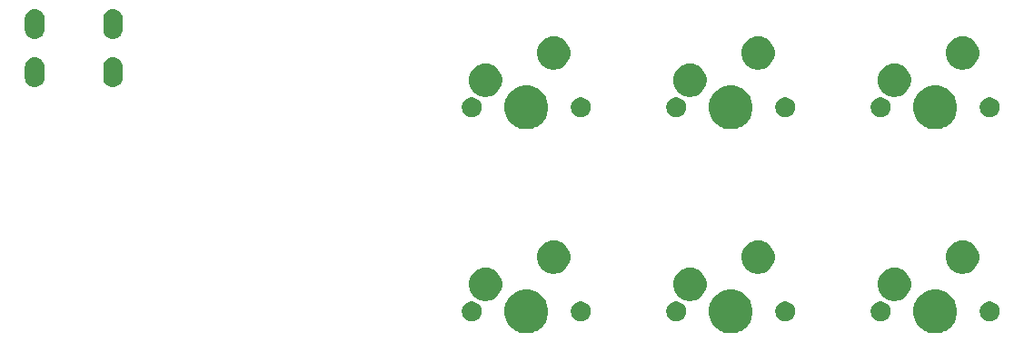
<source format=gts>
G04 #@! TF.GenerationSoftware,KiCad,Pcbnew,(5.1.4)-1*
G04 #@! TF.CreationDate,2023-05-28T13:58:39-07:00*
G04 #@! TF.ProjectId,keypad,6b657970-6164-42e6-9b69-6361645f7063,rev?*
G04 #@! TF.SameCoordinates,Original*
G04 #@! TF.FileFunction,Soldermask,Top*
G04 #@! TF.FilePolarity,Negative*
%FSLAX46Y46*%
G04 Gerber Fmt 4.6, Leading zero omitted, Abs format (unit mm)*
G04 Created by KiCad (PCBNEW (5.1.4)-1) date 2023-05-28 13:58:39*
%MOMM*%
%LPD*%
G04 APERTURE LIST*
%ADD10C,0.100000*%
G04 APERTURE END LIST*
D10*
G36*
X245865224Y-129002434D02*
G01*
X246083224Y-129092733D01*
X246237373Y-129156583D01*
X246572298Y-129380373D01*
X246857127Y-129665202D01*
X247080917Y-130000127D01*
X247113312Y-130078336D01*
X247235066Y-130372276D01*
X247313650Y-130767344D01*
X247313650Y-131170156D01*
X247235066Y-131565224D01*
X247184201Y-131688022D01*
X247080917Y-131937373D01*
X246857127Y-132272298D01*
X246572298Y-132557127D01*
X246237373Y-132780917D01*
X246083224Y-132844767D01*
X245865224Y-132935066D01*
X245470156Y-133013650D01*
X245067344Y-133013650D01*
X244672276Y-132935066D01*
X244454276Y-132844767D01*
X244300127Y-132780917D01*
X243965202Y-132557127D01*
X243680373Y-132272298D01*
X243456583Y-131937373D01*
X243353299Y-131688022D01*
X243302434Y-131565224D01*
X243223850Y-131170156D01*
X243223850Y-130767344D01*
X243302434Y-130372276D01*
X243424188Y-130078336D01*
X243456583Y-130000127D01*
X243680373Y-129665202D01*
X243965202Y-129380373D01*
X244300127Y-129156583D01*
X244454276Y-129092733D01*
X244672276Y-129002434D01*
X245067344Y-128923850D01*
X245470156Y-128923850D01*
X245865224Y-129002434D01*
X245865224Y-129002434D01*
G37*
G36*
X207765224Y-129002434D02*
G01*
X207983224Y-129092733D01*
X208137373Y-129156583D01*
X208472298Y-129380373D01*
X208757127Y-129665202D01*
X208980917Y-130000127D01*
X209013312Y-130078336D01*
X209135066Y-130372276D01*
X209213650Y-130767344D01*
X209213650Y-131170156D01*
X209135066Y-131565224D01*
X209084201Y-131688022D01*
X208980917Y-131937373D01*
X208757127Y-132272298D01*
X208472298Y-132557127D01*
X208137373Y-132780917D01*
X207983224Y-132844767D01*
X207765224Y-132935066D01*
X207370156Y-133013650D01*
X206967344Y-133013650D01*
X206572276Y-132935066D01*
X206354276Y-132844767D01*
X206200127Y-132780917D01*
X205865202Y-132557127D01*
X205580373Y-132272298D01*
X205356583Y-131937373D01*
X205253299Y-131688022D01*
X205202434Y-131565224D01*
X205123850Y-131170156D01*
X205123850Y-130767344D01*
X205202434Y-130372276D01*
X205324188Y-130078336D01*
X205356583Y-130000127D01*
X205580373Y-129665202D01*
X205865202Y-129380373D01*
X206200127Y-129156583D01*
X206354276Y-129092733D01*
X206572276Y-129002434D01*
X206967344Y-128923850D01*
X207370156Y-128923850D01*
X207765224Y-129002434D01*
X207765224Y-129002434D01*
G37*
G36*
X226815224Y-129002434D02*
G01*
X227033224Y-129092733D01*
X227187373Y-129156583D01*
X227522298Y-129380373D01*
X227807127Y-129665202D01*
X228030917Y-130000127D01*
X228063312Y-130078336D01*
X228185066Y-130372276D01*
X228263650Y-130767344D01*
X228263650Y-131170156D01*
X228185066Y-131565224D01*
X228134201Y-131688022D01*
X228030917Y-131937373D01*
X227807127Y-132272298D01*
X227522298Y-132557127D01*
X227187373Y-132780917D01*
X227033224Y-132844767D01*
X226815224Y-132935066D01*
X226420156Y-133013650D01*
X226017344Y-133013650D01*
X225622276Y-132935066D01*
X225404276Y-132844767D01*
X225250127Y-132780917D01*
X224915202Y-132557127D01*
X224630373Y-132272298D01*
X224406583Y-131937373D01*
X224303299Y-131688022D01*
X224252434Y-131565224D01*
X224173850Y-131170156D01*
X224173850Y-130767344D01*
X224252434Y-130372276D01*
X224374188Y-130078336D01*
X224406583Y-130000127D01*
X224630373Y-129665202D01*
X224915202Y-129380373D01*
X225250127Y-129156583D01*
X225404276Y-129092733D01*
X225622276Y-129002434D01*
X226017344Y-128923850D01*
X226420156Y-128923850D01*
X226815224Y-129002434D01*
X226815224Y-129002434D01*
G37*
G36*
X221408854Y-130078335D02*
G01*
X221577376Y-130148139D01*
X221729041Y-130249478D01*
X221858022Y-130378459D01*
X221959361Y-130530124D01*
X222029165Y-130698646D01*
X222064750Y-130877547D01*
X222064750Y-131059953D01*
X222029165Y-131238854D01*
X221959361Y-131407376D01*
X221858022Y-131559041D01*
X221729041Y-131688022D01*
X221577376Y-131789361D01*
X221408854Y-131859165D01*
X221229953Y-131894750D01*
X221047547Y-131894750D01*
X220868646Y-131859165D01*
X220700124Y-131789361D01*
X220548459Y-131688022D01*
X220419478Y-131559041D01*
X220318139Y-131407376D01*
X220248335Y-131238854D01*
X220212750Y-131059953D01*
X220212750Y-130877547D01*
X220248335Y-130698646D01*
X220318139Y-130530124D01*
X220419478Y-130378459D01*
X220548459Y-130249478D01*
X220700124Y-130148139D01*
X220868646Y-130078335D01*
X221047547Y-130042750D01*
X221229953Y-130042750D01*
X221408854Y-130078335D01*
X221408854Y-130078335D01*
G37*
G36*
X212518854Y-130078335D02*
G01*
X212687376Y-130148139D01*
X212839041Y-130249478D01*
X212968022Y-130378459D01*
X213069361Y-130530124D01*
X213139165Y-130698646D01*
X213174750Y-130877547D01*
X213174750Y-131059953D01*
X213139165Y-131238854D01*
X213069361Y-131407376D01*
X212968022Y-131559041D01*
X212839041Y-131688022D01*
X212687376Y-131789361D01*
X212518854Y-131859165D01*
X212339953Y-131894750D01*
X212157547Y-131894750D01*
X211978646Y-131859165D01*
X211810124Y-131789361D01*
X211658459Y-131688022D01*
X211529478Y-131559041D01*
X211428139Y-131407376D01*
X211358335Y-131238854D01*
X211322750Y-131059953D01*
X211322750Y-130877547D01*
X211358335Y-130698646D01*
X211428139Y-130530124D01*
X211529478Y-130378459D01*
X211658459Y-130249478D01*
X211810124Y-130148139D01*
X211978646Y-130078335D01*
X212157547Y-130042750D01*
X212339953Y-130042750D01*
X212518854Y-130078335D01*
X212518854Y-130078335D01*
G37*
G36*
X202358854Y-130078335D02*
G01*
X202527376Y-130148139D01*
X202679041Y-130249478D01*
X202808022Y-130378459D01*
X202909361Y-130530124D01*
X202979165Y-130698646D01*
X203014750Y-130877547D01*
X203014750Y-131059953D01*
X202979165Y-131238854D01*
X202909361Y-131407376D01*
X202808022Y-131559041D01*
X202679041Y-131688022D01*
X202527376Y-131789361D01*
X202358854Y-131859165D01*
X202179953Y-131894750D01*
X201997547Y-131894750D01*
X201818646Y-131859165D01*
X201650124Y-131789361D01*
X201498459Y-131688022D01*
X201369478Y-131559041D01*
X201268139Y-131407376D01*
X201198335Y-131238854D01*
X201162750Y-131059953D01*
X201162750Y-130877547D01*
X201198335Y-130698646D01*
X201268139Y-130530124D01*
X201369478Y-130378459D01*
X201498459Y-130249478D01*
X201650124Y-130148139D01*
X201818646Y-130078335D01*
X201997547Y-130042750D01*
X202179953Y-130042750D01*
X202358854Y-130078335D01*
X202358854Y-130078335D01*
G37*
G36*
X231568854Y-130078335D02*
G01*
X231737376Y-130148139D01*
X231889041Y-130249478D01*
X232018022Y-130378459D01*
X232119361Y-130530124D01*
X232189165Y-130698646D01*
X232224750Y-130877547D01*
X232224750Y-131059953D01*
X232189165Y-131238854D01*
X232119361Y-131407376D01*
X232018022Y-131559041D01*
X231889041Y-131688022D01*
X231737376Y-131789361D01*
X231568854Y-131859165D01*
X231389953Y-131894750D01*
X231207547Y-131894750D01*
X231028646Y-131859165D01*
X230860124Y-131789361D01*
X230708459Y-131688022D01*
X230579478Y-131559041D01*
X230478139Y-131407376D01*
X230408335Y-131238854D01*
X230372750Y-131059953D01*
X230372750Y-130877547D01*
X230408335Y-130698646D01*
X230478139Y-130530124D01*
X230579478Y-130378459D01*
X230708459Y-130249478D01*
X230860124Y-130148139D01*
X231028646Y-130078335D01*
X231207547Y-130042750D01*
X231389953Y-130042750D01*
X231568854Y-130078335D01*
X231568854Y-130078335D01*
G37*
G36*
X240458854Y-130078335D02*
G01*
X240627376Y-130148139D01*
X240779041Y-130249478D01*
X240908022Y-130378459D01*
X241009361Y-130530124D01*
X241079165Y-130698646D01*
X241114750Y-130877547D01*
X241114750Y-131059953D01*
X241079165Y-131238854D01*
X241009361Y-131407376D01*
X240908022Y-131559041D01*
X240779041Y-131688022D01*
X240627376Y-131789361D01*
X240458854Y-131859165D01*
X240279953Y-131894750D01*
X240097547Y-131894750D01*
X239918646Y-131859165D01*
X239750124Y-131789361D01*
X239598459Y-131688022D01*
X239469478Y-131559041D01*
X239368139Y-131407376D01*
X239298335Y-131238854D01*
X239262750Y-131059953D01*
X239262750Y-130877547D01*
X239298335Y-130698646D01*
X239368139Y-130530124D01*
X239469478Y-130378459D01*
X239598459Y-130249478D01*
X239750124Y-130148139D01*
X239918646Y-130078335D01*
X240097547Y-130042750D01*
X240279953Y-130042750D01*
X240458854Y-130078335D01*
X240458854Y-130078335D01*
G37*
G36*
X250618854Y-130078335D02*
G01*
X250787376Y-130148139D01*
X250939041Y-130249478D01*
X251068022Y-130378459D01*
X251169361Y-130530124D01*
X251239165Y-130698646D01*
X251274750Y-130877547D01*
X251274750Y-131059953D01*
X251239165Y-131238854D01*
X251169361Y-131407376D01*
X251068022Y-131559041D01*
X250939041Y-131688022D01*
X250787376Y-131789361D01*
X250618854Y-131859165D01*
X250439953Y-131894750D01*
X250257547Y-131894750D01*
X250078646Y-131859165D01*
X249910124Y-131789361D01*
X249758459Y-131688022D01*
X249629478Y-131559041D01*
X249528139Y-131407376D01*
X249458335Y-131238854D01*
X249422750Y-131059953D01*
X249422750Y-130877547D01*
X249458335Y-130698646D01*
X249528139Y-130530124D01*
X249629478Y-130378459D01*
X249758459Y-130249478D01*
X249910124Y-130148139D01*
X250078646Y-130078335D01*
X250257547Y-130042750D01*
X250439953Y-130042750D01*
X250618854Y-130078335D01*
X250618854Y-130078335D01*
G37*
G36*
X222711335Y-126907552D02*
G01*
X222861160Y-126937354D01*
X223143424Y-127054271D01*
X223397455Y-127224009D01*
X223613491Y-127440045D01*
X223783229Y-127694076D01*
X223900146Y-127976340D01*
X223959750Y-128275990D01*
X223959750Y-128581510D01*
X223900146Y-128881160D01*
X223783229Y-129163424D01*
X223613491Y-129417455D01*
X223397455Y-129633491D01*
X223143424Y-129803229D01*
X222861160Y-129920146D01*
X222711335Y-129949948D01*
X222561511Y-129979750D01*
X222255989Y-129979750D01*
X222106165Y-129949948D01*
X221956340Y-129920146D01*
X221674076Y-129803229D01*
X221420045Y-129633491D01*
X221204009Y-129417455D01*
X221034271Y-129163424D01*
X220917354Y-128881160D01*
X220857750Y-128581510D01*
X220857750Y-128275990D01*
X220917354Y-127976340D01*
X221034271Y-127694076D01*
X221204009Y-127440045D01*
X221420045Y-127224009D01*
X221674076Y-127054271D01*
X221956340Y-126937354D01*
X222106165Y-126907552D01*
X222255989Y-126877750D01*
X222561511Y-126877750D01*
X222711335Y-126907552D01*
X222711335Y-126907552D01*
G37*
G36*
X241761335Y-126907552D02*
G01*
X241911160Y-126937354D01*
X242193424Y-127054271D01*
X242447455Y-127224009D01*
X242663491Y-127440045D01*
X242833229Y-127694076D01*
X242950146Y-127976340D01*
X243009750Y-128275990D01*
X243009750Y-128581510D01*
X242950146Y-128881160D01*
X242833229Y-129163424D01*
X242663491Y-129417455D01*
X242447455Y-129633491D01*
X242193424Y-129803229D01*
X241911160Y-129920146D01*
X241761335Y-129949948D01*
X241611511Y-129979750D01*
X241305989Y-129979750D01*
X241156165Y-129949948D01*
X241006340Y-129920146D01*
X240724076Y-129803229D01*
X240470045Y-129633491D01*
X240254009Y-129417455D01*
X240084271Y-129163424D01*
X239967354Y-128881160D01*
X239907750Y-128581510D01*
X239907750Y-128275990D01*
X239967354Y-127976340D01*
X240084271Y-127694076D01*
X240254009Y-127440045D01*
X240470045Y-127224009D01*
X240724076Y-127054271D01*
X241006340Y-126937354D01*
X241156165Y-126907552D01*
X241305989Y-126877750D01*
X241611511Y-126877750D01*
X241761335Y-126907552D01*
X241761335Y-126907552D01*
G37*
G36*
X203661335Y-126907552D02*
G01*
X203811160Y-126937354D01*
X204093424Y-127054271D01*
X204347455Y-127224009D01*
X204563491Y-127440045D01*
X204733229Y-127694076D01*
X204850146Y-127976340D01*
X204909750Y-128275990D01*
X204909750Y-128581510D01*
X204850146Y-128881160D01*
X204733229Y-129163424D01*
X204563491Y-129417455D01*
X204347455Y-129633491D01*
X204093424Y-129803229D01*
X203811160Y-129920146D01*
X203661335Y-129949948D01*
X203511511Y-129979750D01*
X203205989Y-129979750D01*
X203056165Y-129949948D01*
X202906340Y-129920146D01*
X202624076Y-129803229D01*
X202370045Y-129633491D01*
X202154009Y-129417455D01*
X201984271Y-129163424D01*
X201867354Y-128881160D01*
X201807750Y-128581510D01*
X201807750Y-128275990D01*
X201867354Y-127976340D01*
X201984271Y-127694076D01*
X202154009Y-127440045D01*
X202370045Y-127224009D01*
X202624076Y-127054271D01*
X202906340Y-126937354D01*
X203056165Y-126907552D01*
X203205989Y-126877750D01*
X203511511Y-126877750D01*
X203661335Y-126907552D01*
X203661335Y-126907552D01*
G37*
G36*
X210011335Y-124367552D02*
G01*
X210161160Y-124397354D01*
X210443424Y-124514271D01*
X210697455Y-124684009D01*
X210913491Y-124900045D01*
X211083229Y-125154076D01*
X211200146Y-125436340D01*
X211259750Y-125735990D01*
X211259750Y-126041510D01*
X211200146Y-126341160D01*
X211083229Y-126623424D01*
X210913491Y-126877455D01*
X210697455Y-127093491D01*
X210443424Y-127263229D01*
X210161160Y-127380146D01*
X210011335Y-127409948D01*
X209861511Y-127439750D01*
X209555989Y-127439750D01*
X209406165Y-127409948D01*
X209256340Y-127380146D01*
X208974076Y-127263229D01*
X208720045Y-127093491D01*
X208504009Y-126877455D01*
X208334271Y-126623424D01*
X208217354Y-126341160D01*
X208157750Y-126041510D01*
X208157750Y-125735990D01*
X208217354Y-125436340D01*
X208334271Y-125154076D01*
X208504009Y-124900045D01*
X208720045Y-124684009D01*
X208974076Y-124514271D01*
X209256340Y-124397354D01*
X209406165Y-124367552D01*
X209555989Y-124337750D01*
X209861511Y-124337750D01*
X210011335Y-124367552D01*
X210011335Y-124367552D01*
G37*
G36*
X229061335Y-124367552D02*
G01*
X229211160Y-124397354D01*
X229493424Y-124514271D01*
X229747455Y-124684009D01*
X229963491Y-124900045D01*
X230133229Y-125154076D01*
X230250146Y-125436340D01*
X230309750Y-125735990D01*
X230309750Y-126041510D01*
X230250146Y-126341160D01*
X230133229Y-126623424D01*
X229963491Y-126877455D01*
X229747455Y-127093491D01*
X229493424Y-127263229D01*
X229211160Y-127380146D01*
X229061335Y-127409948D01*
X228911511Y-127439750D01*
X228605989Y-127439750D01*
X228456165Y-127409948D01*
X228306340Y-127380146D01*
X228024076Y-127263229D01*
X227770045Y-127093491D01*
X227554009Y-126877455D01*
X227384271Y-126623424D01*
X227267354Y-126341160D01*
X227207750Y-126041510D01*
X227207750Y-125735990D01*
X227267354Y-125436340D01*
X227384271Y-125154076D01*
X227554009Y-124900045D01*
X227770045Y-124684009D01*
X228024076Y-124514271D01*
X228306340Y-124397354D01*
X228456165Y-124367552D01*
X228605989Y-124337750D01*
X228911511Y-124337750D01*
X229061335Y-124367552D01*
X229061335Y-124367552D01*
G37*
G36*
X248111335Y-124367552D02*
G01*
X248261160Y-124397354D01*
X248543424Y-124514271D01*
X248797455Y-124684009D01*
X249013491Y-124900045D01*
X249183229Y-125154076D01*
X249300146Y-125436340D01*
X249359750Y-125735990D01*
X249359750Y-126041510D01*
X249300146Y-126341160D01*
X249183229Y-126623424D01*
X249013491Y-126877455D01*
X248797455Y-127093491D01*
X248543424Y-127263229D01*
X248261160Y-127380146D01*
X248111335Y-127409948D01*
X247961511Y-127439750D01*
X247655989Y-127439750D01*
X247506165Y-127409948D01*
X247356340Y-127380146D01*
X247074076Y-127263229D01*
X246820045Y-127093491D01*
X246604009Y-126877455D01*
X246434271Y-126623424D01*
X246317354Y-126341160D01*
X246257750Y-126041510D01*
X246257750Y-125735990D01*
X246317354Y-125436340D01*
X246434271Y-125154076D01*
X246604009Y-124900045D01*
X246820045Y-124684009D01*
X247074076Y-124514271D01*
X247356340Y-124397354D01*
X247506165Y-124367552D01*
X247655989Y-124337750D01*
X247961511Y-124337750D01*
X248111335Y-124367552D01*
X248111335Y-124367552D01*
G37*
G36*
X207765224Y-109952434D02*
G01*
X207947567Y-110027963D01*
X208137373Y-110106583D01*
X208472298Y-110330373D01*
X208757127Y-110615202D01*
X208980917Y-110950127D01*
X209013312Y-111028336D01*
X209135066Y-111322276D01*
X209213650Y-111717344D01*
X209213650Y-112120156D01*
X209135066Y-112515224D01*
X209084201Y-112638022D01*
X208980917Y-112887373D01*
X208757127Y-113222298D01*
X208472298Y-113507127D01*
X208137373Y-113730917D01*
X207983224Y-113794767D01*
X207765224Y-113885066D01*
X207370156Y-113963650D01*
X206967344Y-113963650D01*
X206572276Y-113885066D01*
X206354276Y-113794767D01*
X206200127Y-113730917D01*
X205865202Y-113507127D01*
X205580373Y-113222298D01*
X205356583Y-112887373D01*
X205253299Y-112638022D01*
X205202434Y-112515224D01*
X205123850Y-112120156D01*
X205123850Y-111717344D01*
X205202434Y-111322276D01*
X205324188Y-111028336D01*
X205356583Y-110950127D01*
X205580373Y-110615202D01*
X205865202Y-110330373D01*
X206200127Y-110106583D01*
X206389933Y-110027963D01*
X206572276Y-109952434D01*
X206967344Y-109873850D01*
X207370156Y-109873850D01*
X207765224Y-109952434D01*
X207765224Y-109952434D01*
G37*
G36*
X245865224Y-109952434D02*
G01*
X246047567Y-110027963D01*
X246237373Y-110106583D01*
X246572298Y-110330373D01*
X246857127Y-110615202D01*
X247080917Y-110950127D01*
X247113312Y-111028336D01*
X247235066Y-111322276D01*
X247313650Y-111717344D01*
X247313650Y-112120156D01*
X247235066Y-112515224D01*
X247184201Y-112638022D01*
X247080917Y-112887373D01*
X246857127Y-113222298D01*
X246572298Y-113507127D01*
X246237373Y-113730917D01*
X246083224Y-113794767D01*
X245865224Y-113885066D01*
X245470156Y-113963650D01*
X245067344Y-113963650D01*
X244672276Y-113885066D01*
X244454276Y-113794767D01*
X244300127Y-113730917D01*
X243965202Y-113507127D01*
X243680373Y-113222298D01*
X243456583Y-112887373D01*
X243353299Y-112638022D01*
X243302434Y-112515224D01*
X243223850Y-112120156D01*
X243223850Y-111717344D01*
X243302434Y-111322276D01*
X243424188Y-111028336D01*
X243456583Y-110950127D01*
X243680373Y-110615202D01*
X243965202Y-110330373D01*
X244300127Y-110106583D01*
X244489933Y-110027963D01*
X244672276Y-109952434D01*
X245067344Y-109873850D01*
X245470156Y-109873850D01*
X245865224Y-109952434D01*
X245865224Y-109952434D01*
G37*
G36*
X226815224Y-109952434D02*
G01*
X226997567Y-110027963D01*
X227187373Y-110106583D01*
X227522298Y-110330373D01*
X227807127Y-110615202D01*
X228030917Y-110950127D01*
X228063312Y-111028336D01*
X228185066Y-111322276D01*
X228263650Y-111717344D01*
X228263650Y-112120156D01*
X228185066Y-112515224D01*
X228134201Y-112638022D01*
X228030917Y-112887373D01*
X227807127Y-113222298D01*
X227522298Y-113507127D01*
X227187373Y-113730917D01*
X227033224Y-113794767D01*
X226815224Y-113885066D01*
X226420156Y-113963650D01*
X226017344Y-113963650D01*
X225622276Y-113885066D01*
X225404276Y-113794767D01*
X225250127Y-113730917D01*
X224915202Y-113507127D01*
X224630373Y-113222298D01*
X224406583Y-112887373D01*
X224303299Y-112638022D01*
X224252434Y-112515224D01*
X224173850Y-112120156D01*
X224173850Y-111717344D01*
X224252434Y-111322276D01*
X224374188Y-111028336D01*
X224406583Y-110950127D01*
X224630373Y-110615202D01*
X224915202Y-110330373D01*
X225250127Y-110106583D01*
X225439933Y-110027963D01*
X225622276Y-109952434D01*
X226017344Y-109873850D01*
X226420156Y-109873850D01*
X226815224Y-109952434D01*
X226815224Y-109952434D01*
G37*
G36*
X202358854Y-111028335D02*
G01*
X202527376Y-111098139D01*
X202679041Y-111199478D01*
X202808022Y-111328459D01*
X202909361Y-111480124D01*
X202979165Y-111648646D01*
X203014750Y-111827547D01*
X203014750Y-112009953D01*
X202979165Y-112188854D01*
X202909361Y-112357376D01*
X202808022Y-112509041D01*
X202679041Y-112638022D01*
X202527376Y-112739361D01*
X202358854Y-112809165D01*
X202179953Y-112844750D01*
X201997547Y-112844750D01*
X201818646Y-112809165D01*
X201650124Y-112739361D01*
X201498459Y-112638022D01*
X201369478Y-112509041D01*
X201268139Y-112357376D01*
X201198335Y-112188854D01*
X201162750Y-112009953D01*
X201162750Y-111827547D01*
X201198335Y-111648646D01*
X201268139Y-111480124D01*
X201369478Y-111328459D01*
X201498459Y-111199478D01*
X201650124Y-111098139D01*
X201818646Y-111028335D01*
X201997547Y-110992750D01*
X202179953Y-110992750D01*
X202358854Y-111028335D01*
X202358854Y-111028335D01*
G37*
G36*
X250618854Y-111028335D02*
G01*
X250787376Y-111098139D01*
X250939041Y-111199478D01*
X251068022Y-111328459D01*
X251169361Y-111480124D01*
X251239165Y-111648646D01*
X251274750Y-111827547D01*
X251274750Y-112009953D01*
X251239165Y-112188854D01*
X251169361Y-112357376D01*
X251068022Y-112509041D01*
X250939041Y-112638022D01*
X250787376Y-112739361D01*
X250618854Y-112809165D01*
X250439953Y-112844750D01*
X250257547Y-112844750D01*
X250078646Y-112809165D01*
X249910124Y-112739361D01*
X249758459Y-112638022D01*
X249629478Y-112509041D01*
X249528139Y-112357376D01*
X249458335Y-112188854D01*
X249422750Y-112009953D01*
X249422750Y-111827547D01*
X249458335Y-111648646D01*
X249528139Y-111480124D01*
X249629478Y-111328459D01*
X249758459Y-111199478D01*
X249910124Y-111098139D01*
X250078646Y-111028335D01*
X250257547Y-110992750D01*
X250439953Y-110992750D01*
X250618854Y-111028335D01*
X250618854Y-111028335D01*
G37*
G36*
X221408854Y-111028335D02*
G01*
X221577376Y-111098139D01*
X221729041Y-111199478D01*
X221858022Y-111328459D01*
X221959361Y-111480124D01*
X222029165Y-111648646D01*
X222064750Y-111827547D01*
X222064750Y-112009953D01*
X222029165Y-112188854D01*
X221959361Y-112357376D01*
X221858022Y-112509041D01*
X221729041Y-112638022D01*
X221577376Y-112739361D01*
X221408854Y-112809165D01*
X221229953Y-112844750D01*
X221047547Y-112844750D01*
X220868646Y-112809165D01*
X220700124Y-112739361D01*
X220548459Y-112638022D01*
X220419478Y-112509041D01*
X220318139Y-112357376D01*
X220248335Y-112188854D01*
X220212750Y-112009953D01*
X220212750Y-111827547D01*
X220248335Y-111648646D01*
X220318139Y-111480124D01*
X220419478Y-111328459D01*
X220548459Y-111199478D01*
X220700124Y-111098139D01*
X220868646Y-111028335D01*
X221047547Y-110992750D01*
X221229953Y-110992750D01*
X221408854Y-111028335D01*
X221408854Y-111028335D01*
G37*
G36*
X231568854Y-111028335D02*
G01*
X231737376Y-111098139D01*
X231889041Y-111199478D01*
X232018022Y-111328459D01*
X232119361Y-111480124D01*
X232189165Y-111648646D01*
X232224750Y-111827547D01*
X232224750Y-112009953D01*
X232189165Y-112188854D01*
X232119361Y-112357376D01*
X232018022Y-112509041D01*
X231889041Y-112638022D01*
X231737376Y-112739361D01*
X231568854Y-112809165D01*
X231389953Y-112844750D01*
X231207547Y-112844750D01*
X231028646Y-112809165D01*
X230860124Y-112739361D01*
X230708459Y-112638022D01*
X230579478Y-112509041D01*
X230478139Y-112357376D01*
X230408335Y-112188854D01*
X230372750Y-112009953D01*
X230372750Y-111827547D01*
X230408335Y-111648646D01*
X230478139Y-111480124D01*
X230579478Y-111328459D01*
X230708459Y-111199478D01*
X230860124Y-111098139D01*
X231028646Y-111028335D01*
X231207547Y-110992750D01*
X231389953Y-110992750D01*
X231568854Y-111028335D01*
X231568854Y-111028335D01*
G37*
G36*
X240458854Y-111028335D02*
G01*
X240627376Y-111098139D01*
X240779041Y-111199478D01*
X240908022Y-111328459D01*
X241009361Y-111480124D01*
X241079165Y-111648646D01*
X241114750Y-111827547D01*
X241114750Y-112009953D01*
X241079165Y-112188854D01*
X241009361Y-112357376D01*
X240908022Y-112509041D01*
X240779041Y-112638022D01*
X240627376Y-112739361D01*
X240458854Y-112809165D01*
X240279953Y-112844750D01*
X240097547Y-112844750D01*
X239918646Y-112809165D01*
X239750124Y-112739361D01*
X239598459Y-112638022D01*
X239469478Y-112509041D01*
X239368139Y-112357376D01*
X239298335Y-112188854D01*
X239262750Y-112009953D01*
X239262750Y-111827547D01*
X239298335Y-111648646D01*
X239368139Y-111480124D01*
X239469478Y-111328459D01*
X239598459Y-111199478D01*
X239750124Y-111098139D01*
X239918646Y-111028335D01*
X240097547Y-110992750D01*
X240279953Y-110992750D01*
X240458854Y-111028335D01*
X240458854Y-111028335D01*
G37*
G36*
X212518854Y-111028335D02*
G01*
X212687376Y-111098139D01*
X212839041Y-111199478D01*
X212968022Y-111328459D01*
X213069361Y-111480124D01*
X213139165Y-111648646D01*
X213174750Y-111827547D01*
X213174750Y-112009953D01*
X213139165Y-112188854D01*
X213069361Y-112357376D01*
X212968022Y-112509041D01*
X212839041Y-112638022D01*
X212687376Y-112739361D01*
X212518854Y-112809165D01*
X212339953Y-112844750D01*
X212157547Y-112844750D01*
X211978646Y-112809165D01*
X211810124Y-112739361D01*
X211658459Y-112638022D01*
X211529478Y-112509041D01*
X211428139Y-112357376D01*
X211358335Y-112188854D01*
X211322750Y-112009953D01*
X211322750Y-111827547D01*
X211358335Y-111648646D01*
X211428139Y-111480124D01*
X211529478Y-111328459D01*
X211658459Y-111199478D01*
X211810124Y-111098139D01*
X211978646Y-111028335D01*
X212157547Y-110992750D01*
X212339953Y-110992750D01*
X212518854Y-111028335D01*
X212518854Y-111028335D01*
G37*
G36*
X222711335Y-107857552D02*
G01*
X222861160Y-107887354D01*
X223143424Y-108004271D01*
X223397455Y-108174009D01*
X223613491Y-108390045D01*
X223783229Y-108644076D01*
X223900146Y-108926340D01*
X223900146Y-108926341D01*
X223959750Y-109225989D01*
X223959750Y-109531511D01*
X223937575Y-109642990D01*
X223900146Y-109831160D01*
X223783229Y-110113424D01*
X223613491Y-110367455D01*
X223397455Y-110583491D01*
X223143424Y-110753229D01*
X222861160Y-110870146D01*
X222711335Y-110899948D01*
X222561511Y-110929750D01*
X222255989Y-110929750D01*
X222106165Y-110899948D01*
X221956340Y-110870146D01*
X221674076Y-110753229D01*
X221420045Y-110583491D01*
X221204009Y-110367455D01*
X221034271Y-110113424D01*
X220917354Y-109831160D01*
X220879925Y-109642990D01*
X220857750Y-109531511D01*
X220857750Y-109225989D01*
X220917354Y-108926341D01*
X220917354Y-108926340D01*
X221034271Y-108644076D01*
X221204009Y-108390045D01*
X221420045Y-108174009D01*
X221674076Y-108004271D01*
X221956340Y-107887354D01*
X222106165Y-107857552D01*
X222255989Y-107827750D01*
X222561511Y-107827750D01*
X222711335Y-107857552D01*
X222711335Y-107857552D01*
G37*
G36*
X203661335Y-107857552D02*
G01*
X203811160Y-107887354D01*
X204093424Y-108004271D01*
X204347455Y-108174009D01*
X204563491Y-108390045D01*
X204733229Y-108644076D01*
X204850146Y-108926340D01*
X204850146Y-108926341D01*
X204909750Y-109225989D01*
X204909750Y-109531511D01*
X204887575Y-109642990D01*
X204850146Y-109831160D01*
X204733229Y-110113424D01*
X204563491Y-110367455D01*
X204347455Y-110583491D01*
X204093424Y-110753229D01*
X203811160Y-110870146D01*
X203661335Y-110899948D01*
X203511511Y-110929750D01*
X203205989Y-110929750D01*
X203056165Y-110899948D01*
X202906340Y-110870146D01*
X202624076Y-110753229D01*
X202370045Y-110583491D01*
X202154009Y-110367455D01*
X201984271Y-110113424D01*
X201867354Y-109831160D01*
X201829925Y-109642990D01*
X201807750Y-109531511D01*
X201807750Y-109225989D01*
X201867354Y-108926341D01*
X201867354Y-108926340D01*
X201984271Y-108644076D01*
X202154009Y-108390045D01*
X202370045Y-108174009D01*
X202624076Y-108004271D01*
X202906340Y-107887354D01*
X203056165Y-107857552D01*
X203205989Y-107827750D01*
X203511511Y-107827750D01*
X203661335Y-107857552D01*
X203661335Y-107857552D01*
G37*
G36*
X241761335Y-107857552D02*
G01*
X241911160Y-107887354D01*
X242193424Y-108004271D01*
X242447455Y-108174009D01*
X242663491Y-108390045D01*
X242833229Y-108644076D01*
X242950146Y-108926340D01*
X242950146Y-108926341D01*
X243009750Y-109225989D01*
X243009750Y-109531511D01*
X242987575Y-109642990D01*
X242950146Y-109831160D01*
X242833229Y-110113424D01*
X242663491Y-110367455D01*
X242447455Y-110583491D01*
X242193424Y-110753229D01*
X241911160Y-110870146D01*
X241761335Y-110899948D01*
X241611511Y-110929750D01*
X241305989Y-110929750D01*
X241156165Y-110899948D01*
X241006340Y-110870146D01*
X240724076Y-110753229D01*
X240470045Y-110583491D01*
X240254009Y-110367455D01*
X240084271Y-110113424D01*
X239967354Y-109831160D01*
X239929925Y-109642990D01*
X239907750Y-109531511D01*
X239907750Y-109225989D01*
X239967354Y-108926341D01*
X239967354Y-108926340D01*
X240084271Y-108644076D01*
X240254009Y-108390045D01*
X240470045Y-108174009D01*
X240724076Y-108004271D01*
X241006340Y-107887354D01*
X241156165Y-107857552D01*
X241305989Y-107827750D01*
X241611511Y-107827750D01*
X241761335Y-107857552D01*
X241761335Y-107857552D01*
G37*
G36*
X161532627Y-107252037D02*
G01*
X161702466Y-107303557D01*
X161858991Y-107387222D01*
X161894729Y-107416552D01*
X161996186Y-107499814D01*
X162056595Y-107573424D01*
X162108778Y-107637009D01*
X162192443Y-107793534D01*
X162243963Y-107963373D01*
X162257000Y-108095742D01*
X162257000Y-109184258D01*
X162243963Y-109316627D01*
X162192443Y-109486466D01*
X162108778Y-109642991D01*
X162079448Y-109678729D01*
X161996186Y-109780186D01*
X161858989Y-109892779D01*
X161702467Y-109976442D01*
X161702465Y-109976443D01*
X161532626Y-110027963D01*
X161356000Y-110045359D01*
X161179373Y-110027963D01*
X161009534Y-109976443D01*
X160964619Y-109952435D01*
X160853011Y-109892779D01*
X160853009Y-109892778D01*
X160817271Y-109863448D01*
X160715814Y-109780186D01*
X160603221Y-109642989D01*
X160519558Y-109486467D01*
X160519557Y-109486465D01*
X160468037Y-109316626D01*
X160455000Y-109184257D01*
X160455001Y-108095742D01*
X160468038Y-107963373D01*
X160519558Y-107793534D01*
X160603223Y-107637009D01*
X160655406Y-107573424D01*
X160715815Y-107499814D01*
X160817272Y-107416552D01*
X160853010Y-107387222D01*
X161009535Y-107303557D01*
X161179374Y-107252037D01*
X161356000Y-107234641D01*
X161532627Y-107252037D01*
X161532627Y-107252037D01*
G37*
G36*
X168832627Y-107252037D02*
G01*
X169002466Y-107303557D01*
X169158991Y-107387222D01*
X169194729Y-107416552D01*
X169296186Y-107499814D01*
X169356595Y-107573424D01*
X169408778Y-107637009D01*
X169492443Y-107793534D01*
X169543963Y-107963373D01*
X169557000Y-108095742D01*
X169557000Y-109184258D01*
X169543963Y-109316627D01*
X169492443Y-109486466D01*
X169408778Y-109642991D01*
X169379448Y-109678729D01*
X169296186Y-109780186D01*
X169158989Y-109892779D01*
X169002467Y-109976442D01*
X169002465Y-109976443D01*
X168832626Y-110027963D01*
X168656000Y-110045359D01*
X168479373Y-110027963D01*
X168309534Y-109976443D01*
X168264619Y-109952435D01*
X168153011Y-109892779D01*
X168153009Y-109892778D01*
X168117271Y-109863448D01*
X168015814Y-109780186D01*
X167903221Y-109642989D01*
X167819558Y-109486467D01*
X167819557Y-109486465D01*
X167768037Y-109316626D01*
X167755000Y-109184257D01*
X167755001Y-108095742D01*
X167768038Y-107963373D01*
X167819558Y-107793534D01*
X167903223Y-107637009D01*
X167955406Y-107573424D01*
X168015815Y-107499814D01*
X168117272Y-107416552D01*
X168153010Y-107387222D01*
X168309535Y-107303557D01*
X168479374Y-107252037D01*
X168656000Y-107234641D01*
X168832627Y-107252037D01*
X168832627Y-107252037D01*
G37*
G36*
X210011335Y-105317552D02*
G01*
X210161160Y-105347354D01*
X210443424Y-105464271D01*
X210697455Y-105634009D01*
X210913491Y-105850045D01*
X211083229Y-106104076D01*
X211200146Y-106386340D01*
X211259750Y-106685990D01*
X211259750Y-106991510D01*
X211200146Y-107291160D01*
X211083229Y-107573424D01*
X210913491Y-107827455D01*
X210697455Y-108043491D01*
X210443424Y-108213229D01*
X210161160Y-108330146D01*
X210011335Y-108359948D01*
X209861511Y-108389750D01*
X209555989Y-108389750D01*
X209406165Y-108359948D01*
X209256340Y-108330146D01*
X208974076Y-108213229D01*
X208720045Y-108043491D01*
X208504009Y-107827455D01*
X208334271Y-107573424D01*
X208217354Y-107291160D01*
X208157750Y-106991510D01*
X208157750Y-106685990D01*
X208217354Y-106386340D01*
X208334271Y-106104076D01*
X208504009Y-105850045D01*
X208720045Y-105634009D01*
X208974076Y-105464271D01*
X209256340Y-105347354D01*
X209406165Y-105317552D01*
X209555989Y-105287750D01*
X209861511Y-105287750D01*
X210011335Y-105317552D01*
X210011335Y-105317552D01*
G37*
G36*
X229061335Y-105317552D02*
G01*
X229211160Y-105347354D01*
X229493424Y-105464271D01*
X229747455Y-105634009D01*
X229963491Y-105850045D01*
X230133229Y-106104076D01*
X230250146Y-106386340D01*
X230309750Y-106685990D01*
X230309750Y-106991510D01*
X230250146Y-107291160D01*
X230133229Y-107573424D01*
X229963491Y-107827455D01*
X229747455Y-108043491D01*
X229493424Y-108213229D01*
X229211160Y-108330146D01*
X229061335Y-108359948D01*
X228911511Y-108389750D01*
X228605989Y-108389750D01*
X228456165Y-108359948D01*
X228306340Y-108330146D01*
X228024076Y-108213229D01*
X227770045Y-108043491D01*
X227554009Y-107827455D01*
X227384271Y-107573424D01*
X227267354Y-107291160D01*
X227207750Y-106991510D01*
X227207750Y-106685990D01*
X227267354Y-106386340D01*
X227384271Y-106104076D01*
X227554009Y-105850045D01*
X227770045Y-105634009D01*
X228024076Y-105464271D01*
X228306340Y-105347354D01*
X228456165Y-105317552D01*
X228605989Y-105287750D01*
X228911511Y-105287750D01*
X229061335Y-105317552D01*
X229061335Y-105317552D01*
G37*
G36*
X248111335Y-105317552D02*
G01*
X248261160Y-105347354D01*
X248543424Y-105464271D01*
X248797455Y-105634009D01*
X249013491Y-105850045D01*
X249183229Y-106104076D01*
X249300146Y-106386340D01*
X249359750Y-106685990D01*
X249359750Y-106991510D01*
X249300146Y-107291160D01*
X249183229Y-107573424D01*
X249013491Y-107827455D01*
X248797455Y-108043491D01*
X248543424Y-108213229D01*
X248261160Y-108330146D01*
X248111335Y-108359948D01*
X247961511Y-108389750D01*
X247655989Y-108389750D01*
X247506165Y-108359948D01*
X247356340Y-108330146D01*
X247074076Y-108213229D01*
X246820045Y-108043491D01*
X246604009Y-107827455D01*
X246434271Y-107573424D01*
X246317354Y-107291160D01*
X246257750Y-106991510D01*
X246257750Y-106685990D01*
X246317354Y-106386340D01*
X246434271Y-106104076D01*
X246604009Y-105850045D01*
X246820045Y-105634009D01*
X247074076Y-105464271D01*
X247356340Y-105347354D01*
X247506165Y-105317552D01*
X247655989Y-105287750D01*
X247961511Y-105287750D01*
X248111335Y-105317552D01*
X248111335Y-105317552D01*
G37*
G36*
X168832627Y-102752037D02*
G01*
X169002466Y-102803557D01*
X169158991Y-102887222D01*
X169194729Y-102916552D01*
X169296186Y-102999814D01*
X169379448Y-103101271D01*
X169408778Y-103137009D01*
X169492443Y-103293534D01*
X169543963Y-103463373D01*
X169557000Y-103595742D01*
X169557000Y-104684258D01*
X169543963Y-104816627D01*
X169492443Y-104986466D01*
X169408778Y-105142991D01*
X169379448Y-105178729D01*
X169296186Y-105280186D01*
X169158989Y-105392779D01*
X169025237Y-105464271D01*
X169002465Y-105476443D01*
X168832626Y-105527963D01*
X168656000Y-105545359D01*
X168479373Y-105527963D01*
X168309534Y-105476443D01*
X168153009Y-105392778D01*
X168097660Y-105347354D01*
X168015814Y-105280186D01*
X167903221Y-105142989D01*
X167819558Y-104986467D01*
X167819557Y-104986465D01*
X167768037Y-104816626D01*
X167755000Y-104684257D01*
X167755001Y-103595742D01*
X167768038Y-103463373D01*
X167819558Y-103293534D01*
X167903223Y-103137009D01*
X167932553Y-103101271D01*
X168015815Y-102999814D01*
X168117272Y-102916552D01*
X168153010Y-102887222D01*
X168309535Y-102803557D01*
X168479374Y-102752037D01*
X168656000Y-102734641D01*
X168832627Y-102752037D01*
X168832627Y-102752037D01*
G37*
G36*
X161532627Y-102752037D02*
G01*
X161702466Y-102803557D01*
X161858991Y-102887222D01*
X161894729Y-102916552D01*
X161996186Y-102999814D01*
X162079448Y-103101271D01*
X162108778Y-103137009D01*
X162192443Y-103293534D01*
X162243963Y-103463373D01*
X162257000Y-103595742D01*
X162257000Y-104684258D01*
X162243963Y-104816627D01*
X162192443Y-104986466D01*
X162108778Y-105142991D01*
X162079448Y-105178729D01*
X161996186Y-105280186D01*
X161858989Y-105392779D01*
X161725237Y-105464271D01*
X161702465Y-105476443D01*
X161532626Y-105527963D01*
X161356000Y-105545359D01*
X161179373Y-105527963D01*
X161009534Y-105476443D01*
X160853009Y-105392778D01*
X160797660Y-105347354D01*
X160715814Y-105280186D01*
X160603221Y-105142989D01*
X160519558Y-104986467D01*
X160519557Y-104986465D01*
X160468037Y-104816626D01*
X160455000Y-104684257D01*
X160455001Y-103595742D01*
X160468038Y-103463373D01*
X160519558Y-103293534D01*
X160603223Y-103137009D01*
X160632553Y-103101271D01*
X160715815Y-102999814D01*
X160817272Y-102916552D01*
X160853010Y-102887222D01*
X161009535Y-102803557D01*
X161179374Y-102752037D01*
X161356000Y-102734641D01*
X161532627Y-102752037D01*
X161532627Y-102752037D01*
G37*
M02*

</source>
